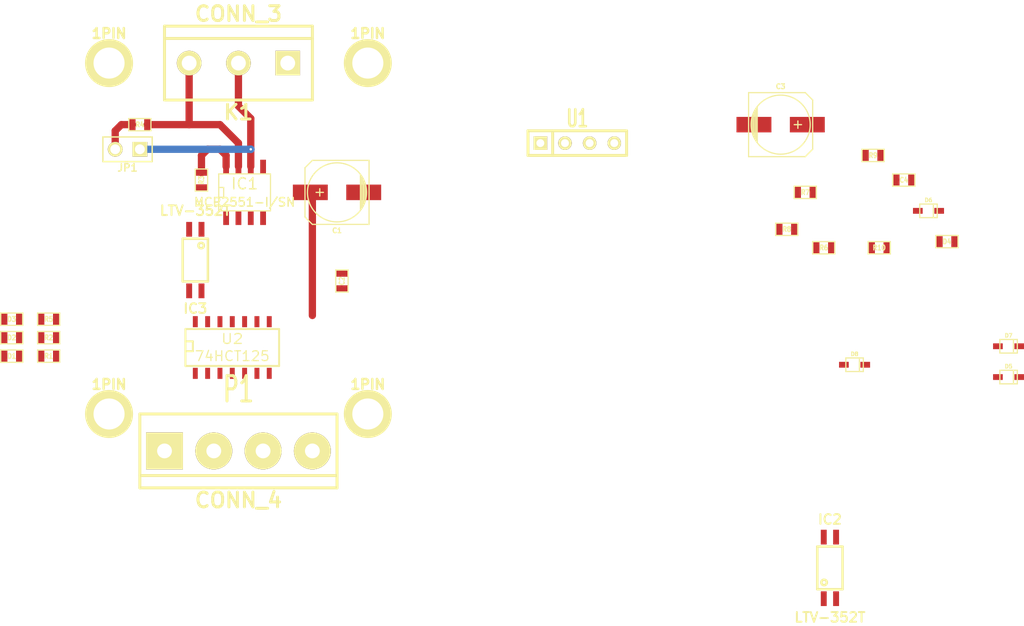
<source format=kicad_pcb>
(kicad_pcb (version 3) (host pcbnew "(2013-may-18)-stable")

  (general
    (links 58)
    (no_connects 52)
    (area 0 0 0 0)
    (thickness 1.6)
    (drawings 0)
    (tracks 22)
    (zones 0)
    (modules 34)
    (nets 21)
  )

  (page A3)
  (layers
    (15 F.Cu signal)
    (0 B.Cu signal)
    (16 B.Adhes user)
    (17 F.Adhes user)
    (18 B.Paste user)
    (19 F.Paste user)
    (20 B.SilkS user)
    (21 F.SilkS user)
    (22 B.Mask user)
    (23 F.Mask user)
    (24 Dwgs.User user)
    (25 Cmts.User user)
    (26 Eco1.User user)
    (27 Eco2.User user)
    (28 Edge.Cuts user)
  )

  (setup
    (last_trace_width 0.254)
    (user_trace_width 0.254)
    (user_trace_width 0.5)
    (user_trace_width 0.75)
    (user_trace_width 1)
    (trace_clearance 0.254)
    (zone_clearance 0.17)
    (zone_45_only no)
    (trace_min 0.254)
    (segment_width 0.2)
    (edge_width 0.1)
    (via_size 0.889)
    (via_drill 0.635)
    (via_min_size 0.6)
    (via_min_drill 0.2)
    (user_via 0.8 0.25)
    (uvia_size 0.508)
    (uvia_drill 0.127)
    (uvias_allowed no)
    (uvia_min_size 0.508)
    (uvia_min_drill 0.127)
    (pcb_text_width 0.3)
    (pcb_text_size 1.5 1.5)
    (mod_edge_width 0.15)
    (mod_text_size 1 1)
    (mod_text_width 0.15)
    (pad_size 4.5 4.5)
    (pad_drill 3.2)
    (pad_to_mask_clearance 0)
    (aux_axis_origin 0 0)
    (visible_elements FFFFFFBF)
    (pcbplotparams
      (layerselection 3178497)
      (usegerberextensions true)
      (excludeedgelayer true)
      (linewidth 0.150000)
      (plotframeref false)
      (viasonmask false)
      (mode 1)
      (useauxorigin false)
      (hpglpennumber 1)
      (hpglpenspeed 20)
      (hpglpendiameter 15)
      (hpglpenoverlay 2)
      (psnegative false)
      (psa4output false)
      (plotreference true)
      (plotvalue true)
      (plotothertext true)
      (plotinvisibletext false)
      (padsonsilk false)
      (subtractmaskfromsilk false)
      (outputformat 1)
      (mirror false)
      (drillshape 1)
      (scaleselection 1)
      (outputdirectory ""))
  )

  (net 0 "")
  (net 1 +5V)
  (net 2 BUS_5V)
  (net 3 BUS_GND)
  (net 4 GND)
  (net 5 N-0000020)
  (net 6 N-0000021)
  (net 7 N-0000022)
  (net 8 N-0000023)
  (net 9 N-0000024)
  (net 10 N-0000025)
  (net 11 N-0000026)
  (net 12 N-0000027)
  (net 13 N-000004)
  (net 14 N-000005)
  (net 15 N-000006)
  (net 16 N-000007)
  (net 17 RXD)
  (net 18 RXDout)
  (net 19 TXD)
  (net 20 TXDin)

  (net_class Default "This is the default net class."
    (clearance 0.254)
    (trace_width 0.254)
    (via_dia 0.889)
    (via_drill 0.635)
    (uvia_dia 0.508)
    (uvia_drill 0.127)
    (add_net "")
    (add_net +5V)
    (add_net BUS_5V)
    (add_net BUS_GND)
    (add_net GND)
    (add_net N-0000020)
    (add_net N-0000021)
    (add_net N-0000022)
    (add_net N-0000023)
    (add_net N-0000024)
    (add_net N-0000025)
    (add_net N-0000026)
    (add_net N-0000027)
    (add_net N-000004)
    (add_net N-000005)
    (add_net N-000006)
    (add_net N-000007)
    (add_net RXD)
    (add_net RXDout)
    (add_net TXD)
    (add_net TXDin)
  )

  (module SO8E (layer F.Cu) (tedit 4F33A5C7) (tstamp 5557C90E)
    (at 41.275 43.18)
    (descr "module CMS SOJ 8 pins etroit")
    (tags "CMS SOJ")
    (path /5557C9B9)
    (attr smd)
    (fp_text reference IC1 (at 0 -0.889) (layer F.SilkS)
      (effects (font (size 1.143 1.143) (thickness 0.1524)))
    )
    (fp_text value MCP2551-I/SN (at 0 1.016) (layer F.SilkS)
      (effects (font (size 0.889 0.889) (thickness 0.1524)))
    )
    (fp_line (start -2.667 1.778) (end -2.667 1.905) (layer F.SilkS) (width 0.127))
    (fp_line (start -2.667 1.905) (end 2.667 1.905) (layer F.SilkS) (width 0.127))
    (fp_line (start 2.667 -1.905) (end -2.667 -1.905) (layer F.SilkS) (width 0.127))
    (fp_line (start -2.667 -1.905) (end -2.667 1.778) (layer F.SilkS) (width 0.127))
    (fp_line (start -2.667 -0.508) (end -2.159 -0.508) (layer F.SilkS) (width 0.127))
    (fp_line (start -2.159 -0.508) (end -2.159 0.508) (layer F.SilkS) (width 0.127))
    (fp_line (start -2.159 0.508) (end -2.667 0.508) (layer F.SilkS) (width 0.127))
    (fp_line (start 2.667 -1.905) (end 2.667 1.905) (layer F.SilkS) (width 0.127))
    (pad 8 smd rect (at -1.905 -2.667) (size 0.59944 1.39954)
      (layers F.Cu F.Paste F.Mask)
      (net 12 N-0000027)
    )
    (pad 1 smd rect (at -1.905 2.667) (size 0.59944 1.39954)
      (layers F.Cu F.Paste F.Mask)
      (net 6 N-0000021)
    )
    (pad 7 smd rect (at -0.635 -2.667) (size 0.59944 1.39954)
      (layers F.Cu F.Paste F.Mask)
      (net 10 N-0000025)
    )
    (pad 6 smd rect (at 0.635 -2.667) (size 0.59944 1.39954)
      (layers F.Cu F.Paste F.Mask)
      (net 11 N-0000026)
    )
    (pad 5 smd rect (at 1.905 -2.667) (size 0.59944 1.39954)
      (layers F.Cu F.Paste F.Mask)
    )
    (pad 2 smd rect (at -0.635 2.667) (size 0.59944 1.39954)
      (layers F.Cu F.Paste F.Mask)
      (net 3 BUS_GND)
    )
    (pad 3 smd rect (at 0.635 2.667) (size 0.59944 1.39954)
      (layers F.Cu F.Paste F.Mask)
      (net 2 BUS_5V)
    )
    (pad 4 smd rect (at 1.905 2.667) (size 0.59944 1.39954)
      (layers F.Cu F.Paste F.Mask)
      (net 7 N-0000022)
    )
    (model smd/cms_so8.wrl
      (at (xyz 0 0 0))
      (scale (xyz 0.5 0.32 0.5))
      (rotate (xyz 0 0 0))
    )
  )

  (module SM0603 (layer F.Cu) (tedit 5557D53E) (tstamp 5557C918)
    (at 36.83 41.91 270)
    (path /5557C097)
    (attr smd)
    (fp_text reference R3 (at 0 0 270) (layer F.SilkS)
      (effects (font (size 0.508 0.4572) (thickness 0.1143)))
    )
    (fp_text value 120 (at 0 0 270) (layer F.SilkS) hide
      (effects (font (size 0.508 0.4572) (thickness 0.1143)))
    )
    (fp_line (start -1.143 -0.635) (end 1.143 -0.635) (layer F.SilkS) (width 0.127))
    (fp_line (start 1.143 -0.635) (end 1.143 0.635) (layer F.SilkS) (width 0.127))
    (fp_line (start 1.143 0.635) (end -1.143 0.635) (layer F.SilkS) (width 0.127))
    (fp_line (start -1.143 0.635) (end -1.143 -0.635) (layer F.SilkS) (width 0.127))
    (pad 1 smd rect (at -0.762 0 270) (size 0.635 1.143)
      (layers F.Cu F.Paste F.Mask)
      (net 12 N-0000027)
    )
    (pad 2 smd rect (at 0.762 0 270) (size 0.635 1.143)
      (layers F.Cu F.Paste F.Mask)
      (net 3 BUS_GND)
    )
    (model smd\resistors\R0603.wrl
      (at (xyz 0 0 0.001))
      (scale (xyz 0.5 0.5 0.5))
      (rotate (xyz 0 0 0))
    )
  )

  (module SM0603 (layer F.Cu) (tedit 5557CA49) (tstamp 5557C922)
    (at 21.082 58.166 180)
    (path /5557C0BD)
    (attr smd)
    (fp_text reference R2 (at 0 0 180) (layer F.SilkS)
      (effects (font (size 0.508 0.4572) (thickness 0.1143)))
    )
    (fp_text value 1k (at 0 0 180) (layer F.SilkS) hide
      (effects (font (size 0.508 0.4572) (thickness 0.1143)))
    )
    (fp_line (start -1.143 -0.635) (end 1.143 -0.635) (layer F.SilkS) (width 0.127))
    (fp_line (start 1.143 -0.635) (end 1.143 0.635) (layer F.SilkS) (width 0.127))
    (fp_line (start 1.143 0.635) (end -1.143 0.635) (layer F.SilkS) (width 0.127))
    (fp_line (start -1.143 0.635) (end -1.143 -0.635) (layer F.SilkS) (width 0.127))
    (pad 1 smd rect (at -0.762 0 180) (size 0.635 1.143)
      (layers F.Cu F.Paste F.Mask)
      (net 1 +5V)
    )
    (pad 2 smd rect (at 0.762 0 180) (size 0.635 1.143)
      (layers F.Cu F.Paste F.Mask)
      (net 14 N-000005)
    )
    (model smd\resistors\R0603.wrl
      (at (xyz 0 0 0.001))
      (scale (xyz 0.5 0.5 0.5))
      (rotate (xyz 0 0 0))
    )
  )

  (module SM0603 (layer F.Cu) (tedit 4E43A3D1) (tstamp 5557C92C)
    (at 17.272 60.071)
    (path /5557C0EA)
    (attr smd)
    (fp_text reference D1 (at 0 0) (layer F.SilkS)
      (effects (font (size 0.508 0.4572) (thickness 0.1143)))
    )
    (fp_text value LED (at 0 0) (layer F.SilkS) hide
      (effects (font (size 0.508 0.4572) (thickness 0.1143)))
    )
    (fp_line (start -1.143 -0.635) (end 1.143 -0.635) (layer F.SilkS) (width 0.127))
    (fp_line (start 1.143 -0.635) (end 1.143 0.635) (layer F.SilkS) (width 0.127))
    (fp_line (start 1.143 0.635) (end -1.143 0.635) (layer F.SilkS) (width 0.127))
    (fp_line (start -1.143 0.635) (end -1.143 -0.635) (layer F.SilkS) (width 0.127))
    (pad 1 smd rect (at -0.762 0) (size 0.635 1.143)
      (layers F.Cu F.Paste F.Mask)
      (net 15 N-000006)
    )
    (pad 2 smd rect (at 0.762 0) (size 0.635 1.143)
      (layers F.Cu F.Paste F.Mask)
      (net 19 TXD)
    )
    (model smd\resistors\R0603.wrl
      (at (xyz 0 0 0.001))
      (scale (xyz 0.5 0.5 0.5))
      (rotate (xyz 0 0 0))
    )
  )

  (module SM0603 (layer F.Cu) (tedit 4E43A3D1) (tstamp 5557C936)
    (at 17.272 58.166)
    (path /5557C0F9)
    (attr smd)
    (fp_text reference D2 (at 0 0) (layer F.SilkS)
      (effects (font (size 0.508 0.4572) (thickness 0.1143)))
    )
    (fp_text value LED (at 0 0) (layer F.SilkS) hide
      (effects (font (size 0.508 0.4572) (thickness 0.1143)))
    )
    (fp_line (start -1.143 -0.635) (end 1.143 -0.635) (layer F.SilkS) (width 0.127))
    (fp_line (start 1.143 -0.635) (end 1.143 0.635) (layer F.SilkS) (width 0.127))
    (fp_line (start 1.143 0.635) (end -1.143 0.635) (layer F.SilkS) (width 0.127))
    (fp_line (start -1.143 0.635) (end -1.143 -0.635) (layer F.SilkS) (width 0.127))
    (pad 1 smd rect (at -0.762 0) (size 0.635 1.143)
      (layers F.Cu F.Paste F.Mask)
      (net 14 N-000005)
    )
    (pad 2 smd rect (at 0.762 0) (size 0.635 1.143)
      (layers F.Cu F.Paste F.Mask)
      (net 17 RXD)
    )
    (model smd\resistors\R0603.wrl
      (at (xyz 0 0 0.001))
      (scale (xyz 0.5 0.5 0.5))
      (rotate (xyz 0 0 0))
    )
  )

  (module SM0603 (layer F.Cu) (tedit 5557D49B) (tstamp 5557C940)
    (at 30.48 36.195)
    (path /5557C303)
    (attr smd)
    (fp_text reference R4 (at 0 0) (layer F.SilkS)
      (effects (font (size 0.508 0.4572) (thickness 0.1143)))
    )
    (fp_text value 60 (at 0 0) (layer F.SilkS) hide
      (effects (font (size 0.508 0.4572) (thickness 0.1143)))
    )
    (fp_line (start -1.143 -0.635) (end 1.143 -0.635) (layer F.SilkS) (width 0.127))
    (fp_line (start 1.143 -0.635) (end 1.143 0.635) (layer F.SilkS) (width 0.127))
    (fp_line (start 1.143 0.635) (end -1.143 0.635) (layer F.SilkS) (width 0.127))
    (fp_line (start -1.143 0.635) (end -1.143 -0.635) (layer F.SilkS) (width 0.127))
    (pad 1 smd rect (at -0.762 0) (size 0.635 1.143)
      (layers F.Cu F.Paste F.Mask)
      (net 9 N-0000024)
    )
    (pad 2 smd rect (at 0.762 0) (size 0.635 1.143)
      (layers F.Cu F.Paste F.Mask)
      (net 10 N-0000025)
    )
    (model smd\resistors\R0603.wrl
      (at (xyz 0 0 0.001))
      (scale (xyz 0.5 0.5 0.5))
      (rotate (xyz 0 0 0))
    )
  )

  (module SM0603 (layer F.Cu) (tedit 5557D584) (tstamp 5557C94A)
    (at 51.308 52.324 270)
    (path /5557C4B0)
    (attr smd)
    (fp_text reference C2 (at 0 0 270) (layer F.SilkS)
      (effects (font (size 0.508 0.4572) (thickness 0.1143)))
    )
    (fp_text value 100nF (at 0 0 270) (layer F.SilkS) hide
      (effects (font (size 0.508 0.4572) (thickness 0.1143)))
    )
    (fp_line (start -1.143 -0.635) (end 1.143 -0.635) (layer F.SilkS) (width 0.127))
    (fp_line (start 1.143 -0.635) (end 1.143 0.635) (layer F.SilkS) (width 0.127))
    (fp_line (start 1.143 0.635) (end -1.143 0.635) (layer F.SilkS) (width 0.127))
    (fp_line (start -1.143 0.635) (end -1.143 -0.635) (layer F.SilkS) (width 0.127))
    (pad 1 smd rect (at -0.762 0 270) (size 0.635 1.143)
      (layers F.Cu F.Paste F.Mask)
      (net 1 +5V)
    )
    (pad 2 smd rect (at 0.762 0 270) (size 0.635 1.143)
      (layers F.Cu F.Paste F.Mask)
      (net 4 GND)
    )
    (model smd\resistors\R0603.wrl
      (at (xyz 0 0 0.001))
      (scale (xyz 0.5 0.5 0.5))
      (rotate (xyz 0 0 0))
    )
  )

  (module SM0603 (layer F.Cu) (tedit 4E43A3D1) (tstamp 5557C954)
    (at 21.082 56.261 180)
    (path /5557C4DD)
    (attr smd)
    (fp_text reference R5 (at 0 0 180) (layer F.SilkS)
      (effects (font (size 0.508 0.4572) (thickness 0.1143)))
    )
    (fp_text value 1k (at 0 0 180) (layer F.SilkS) hide
      (effects (font (size 0.508 0.4572) (thickness 0.1143)))
    )
    (fp_line (start -1.143 -0.635) (end 1.143 -0.635) (layer F.SilkS) (width 0.127))
    (fp_line (start 1.143 -0.635) (end 1.143 0.635) (layer F.SilkS) (width 0.127))
    (fp_line (start 1.143 0.635) (end -1.143 0.635) (layer F.SilkS) (width 0.127))
    (fp_line (start -1.143 0.635) (end -1.143 -0.635) (layer F.SilkS) (width 0.127))
    (pad 1 smd rect (at -0.762 0 180) (size 0.635 1.143)
      (layers F.Cu F.Paste F.Mask)
      (net 1 +5V)
    )
    (pad 2 smd rect (at 0.762 0 180) (size 0.635 1.143)
      (layers F.Cu F.Paste F.Mask)
      (net 5 N-0000020)
    )
    (model smd\resistors\R0603.wrl
      (at (xyz 0 0 0.001))
      (scale (xyz 0.5 0.5 0.5))
      (rotate (xyz 0 0 0))
    )
  )

  (module SM0603 (layer F.Cu) (tedit 5557CAB9) (tstamp 5557C95E)
    (at 17.272 56.261 180)
    (path /5557C4EC)
    (attr smd)
    (fp_text reference D3 (at 0 0 180) (layer F.SilkS)
      (effects (font (size 0.508 0.4572) (thickness 0.1143)))
    )
    (fp_text value LED (at 0 0 180) (layer F.SilkS) hide
      (effects (font (size 0.508 0.4572) (thickness 0.1143)))
    )
    (fp_line (start -1.143 -0.635) (end 1.143 -0.635) (layer F.SilkS) (width 0.127))
    (fp_line (start 1.143 -0.635) (end 1.143 0.635) (layer F.SilkS) (width 0.127))
    (fp_line (start 1.143 0.635) (end -1.143 0.635) (layer F.SilkS) (width 0.127))
    (fp_line (start -1.143 0.635) (end -1.143 -0.635) (layer F.SilkS) (width 0.127))
    (pad 1 smd rect (at -0.762 0 180) (size 0.635 1.143)
      (layers F.Cu F.Paste F.Mask)
      (net 5 N-0000020)
    )
    (pad 2 smd rect (at 0.762 0 180) (size 0.635 1.143)
      (layers F.Cu F.Paste F.Mask)
      (net 4 GND)
    )
    (model smd\resistors\R0603.wrl
      (at (xyz 0 0 0.001))
      (scale (xyz 0.5 0.5 0.5))
      (rotate (xyz 0 0 0))
    )
  )

  (module PIN_ARRAY_2X1 (layer F.Cu) (tedit 4565C520) (tstamp 5557C968)
    (at 29.21 38.735 180)
    (descr "Connecteurs 2 pins")
    (tags "CONN DEV")
    (path /5557C31C)
    (fp_text reference JP1 (at 0 -1.905 180) (layer F.SilkS)
      (effects (font (size 0.762 0.762) (thickness 0.1524)))
    )
    (fp_text value JUMPER (at 0 -1.905 180) (layer F.SilkS) hide
      (effects (font (size 0.762 0.762) (thickness 0.1524)))
    )
    (fp_line (start -2.54 1.27) (end -2.54 -1.27) (layer F.SilkS) (width 0.1524))
    (fp_line (start -2.54 -1.27) (end 2.54 -1.27) (layer F.SilkS) (width 0.1524))
    (fp_line (start 2.54 -1.27) (end 2.54 1.27) (layer F.SilkS) (width 0.1524))
    (fp_line (start 2.54 1.27) (end -2.54 1.27) (layer F.SilkS) (width 0.1524))
    (pad 1 thru_hole rect (at -1.27 0 180) (size 1.524 1.524) (drill 1.016)
      (layers *.Cu *.Mask F.SilkS)
      (net 11 N-0000026)
    )
    (pad 2 thru_hole circle (at 1.27 0 180) (size 1.524 1.524) (drill 1.016)
      (layers *.Cu *.Mask F.SilkS)
      (net 9 N-0000024)
    )
    (model pin_array/pins_array_2x1.wrl
      (at (xyz 0 0 0))
      (scale (xyz 1 1 1))
      (rotate (xyz 0 0 0))
    )
  )

  (module c_elec_6.3x5.8 (layer F.Cu) (tedit 49F5C09D) (tstamp 5557C97C)
    (at 50.8 43.18 180)
    (descr "SMT capacitor, aluminium electrolytic, 6.3x5.8")
    (path /5557C4CE)
    (fp_text reference C1 (at 0 -3.937 180) (layer F.SilkS)
      (effects (font (size 0.50038 0.50038) (thickness 0.11938)))
    )
    (fp_text value 47uF (at 0 3.81 180) (layer F.SilkS) hide
      (effects (font (size 0.50038 0.50038) (thickness 0.11938)))
    )
    (fp_line (start -2.921 -0.762) (end -2.921 0.762) (layer F.SilkS) (width 0.127))
    (fp_line (start -2.794 1.143) (end -2.794 -1.143) (layer F.SilkS) (width 0.127))
    (fp_line (start -2.667 -1.397) (end -2.667 1.397) (layer F.SilkS) (width 0.127))
    (fp_line (start -2.54 1.651) (end -2.54 -1.651) (layer F.SilkS) (width 0.127))
    (fp_line (start -2.413 -1.778) (end -2.413 1.778) (layer F.SilkS) (width 0.127))
    (fp_circle (center 0 0) (end -3.048 0) (layer F.SilkS) (width 0.127))
    (fp_line (start -3.302 -3.302) (end -3.302 3.302) (layer F.SilkS) (width 0.127))
    (fp_line (start -3.302 3.302) (end 2.54 3.302) (layer F.SilkS) (width 0.127))
    (fp_line (start 2.54 3.302) (end 3.302 2.54) (layer F.SilkS) (width 0.127))
    (fp_line (start 3.302 2.54) (end 3.302 -2.54) (layer F.SilkS) (width 0.127))
    (fp_line (start 3.302 -2.54) (end 2.54 -3.302) (layer F.SilkS) (width 0.127))
    (fp_line (start 2.54 -3.302) (end -3.302 -3.302) (layer F.SilkS) (width 0.127))
    (fp_line (start 2.159 0) (end 1.397 0) (layer F.SilkS) (width 0.127))
    (fp_line (start 1.778 -0.381) (end 1.778 0.381) (layer F.SilkS) (width 0.127))
    (pad 1 smd rect (at 2.75082 0 180) (size 3.59918 1.6002)
      (layers F.Cu F.Paste F.Mask)
      (net 1 +5V)
    )
    (pad 2 smd rect (at -2.75082 0 180) (size 3.59918 1.6002)
      (layers F.Cu F.Paste F.Mask)
      (net 4 GND)
    )
    (model smd/capacitors/c_elec_6_3x5_8.wrl
      (at (xyz 0 0 0))
      (scale (xyz 1 1 1))
      (rotate (xyz 0 0 0))
    )
  )

  (module bornier4 (layer F.Cu) (tedit 3EC0ED29) (tstamp 5557C989)
    (at 40.64 69.85)
    (descr "Bornier d'alimentation 4 pins")
    (tags DEV)
    (path /5557C144)
    (fp_text reference P1 (at 0 -6.35) (layer F.SilkS)
      (effects (font (size 2.6162 1.59766) (thickness 0.3048)))
    )
    (fp_text value CONN_4 (at 0 5.08) (layer F.SilkS)
      (effects (font (size 1.524 1.524) (thickness 0.3048)))
    )
    (fp_line (start -10.16 -3.81) (end -10.16 3.81) (layer F.SilkS) (width 0.3048))
    (fp_line (start 10.16 3.81) (end 10.16 -3.81) (layer F.SilkS) (width 0.3048))
    (fp_line (start 10.16 2.54) (end -10.16 2.54) (layer F.SilkS) (width 0.3048))
    (fp_line (start -10.16 -3.81) (end 10.16 -3.81) (layer F.SilkS) (width 0.3048))
    (fp_line (start -10.16 3.81) (end 10.16 3.81) (layer F.SilkS) (width 0.3048))
    (pad 2 thru_hole circle (at -2.54 0) (size 3.81 3.81) (drill 1.524)
      (layers *.Cu *.Mask F.SilkS)
      (net 18 RXDout)
    )
    (pad 3 thru_hole circle (at 2.54 0) (size 3.81 3.81) (drill 1.524)
      (layers *.Cu *.Mask F.SilkS)
      (net 20 TXDin)
    )
    (pad 1 thru_hole rect (at -7.62 0) (size 3.81 3.81) (drill 1.524)
      (layers *.Cu *.Mask F.SilkS)
      (net 4 GND)
    )
    (pad 4 thru_hole circle (at 7.62 0) (size 3.81 3.81) (drill 1.524)
      (layers *.Cu *.Mask F.SilkS)
      (net 1 +5V)
    )
    (model device/bornier_4.wrl
      (at (xyz 0 0 0))
      (scale (xyz 1 1 1))
      (rotate (xyz 0 0 0))
    )
  )

  (module bornier3 (layer F.Cu) (tedit 3EC0ECFA) (tstamp 5557C995)
    (at 40.64 29.845 180)
    (descr "Bornier d'alimentation 3 pins")
    (tags DEV)
    (path /5557C2A1)
    (fp_text reference K1 (at 0 -5.08 180) (layer F.SilkS)
      (effects (font (size 1.524 1.524) (thickness 0.3048)))
    )
    (fp_text value CONN_3 (at 0 5.08 180) (layer F.SilkS)
      (effects (font (size 1.524 1.524) (thickness 0.3048)))
    )
    (fp_line (start -7.62 3.81) (end -7.62 -3.81) (layer F.SilkS) (width 0.3048))
    (fp_line (start 7.62 3.81) (end 7.62 -3.81) (layer F.SilkS) (width 0.3048))
    (fp_line (start -7.62 2.54) (end 7.62 2.54) (layer F.SilkS) (width 0.3048))
    (fp_line (start -7.62 -3.81) (end 7.62 -3.81) (layer F.SilkS) (width 0.3048))
    (fp_line (start -7.62 3.81) (end 7.62 3.81) (layer F.SilkS) (width 0.3048))
    (pad 1 thru_hole rect (at -5.08 0 180) (size 2.54 2.54) (drill 1.524)
      (layers *.Cu *.Mask F.SilkS)
      (net 3 BUS_GND)
    )
    (pad 2 thru_hole circle (at 0 0 180) (size 2.54 2.54) (drill 1.524)
      (layers *.Cu *.Mask F.SilkS)
      (net 11 N-0000026)
    )
    (pad 3 thru_hole circle (at 5.08 0 180) (size 2.54 2.54) (drill 1.524)
      (layers *.Cu *.Mask F.SilkS)
      (net 10 N-0000025)
    )
    (model device/bornier_3.wrl
      (at (xyz 0 0 0))
      (scale (xyz 1 1 1))
      (rotate (xyz 0 0 0))
    )
  )

  (module SM0603 (layer F.Cu) (tedit 5557CA3E) (tstamp 5557C8FA)
    (at 21.082 60.071 180)
    (path /5557C0CC)
    (attr smd)
    (fp_text reference R1 (at 0 0 180) (layer F.SilkS)
      (effects (font (size 0.508 0.4572) (thickness 0.1143)))
    )
    (fp_text value 1k (at 0 0 180) (layer F.SilkS) hide
      (effects (font (size 0.508 0.4572) (thickness 0.1143)))
    )
    (fp_line (start -1.143 -0.635) (end 1.143 -0.635) (layer F.SilkS) (width 0.127))
    (fp_line (start 1.143 -0.635) (end 1.143 0.635) (layer F.SilkS) (width 0.127))
    (fp_line (start 1.143 0.635) (end -1.143 0.635) (layer F.SilkS) (width 0.127))
    (fp_line (start -1.143 0.635) (end -1.143 -0.635) (layer F.SilkS) (width 0.127))
    (pad 1 smd rect (at -0.762 0 180) (size 0.635 1.143)
      (layers F.Cu F.Paste F.Mask)
      (net 1 +5V)
    )
    (pad 2 smd rect (at 0.762 0 180) (size 0.635 1.143)
      (layers F.Cu F.Paste F.Mask)
      (net 15 N-000006)
    )
    (model smd\resistors\R0603.wrl
      (at (xyz 0 0 0.001))
      (scale (xyz 0.5 0.5 0.5))
      (rotate (xyz 0 0 0))
    )
  )

  (module 1pin (layer F.Cu) (tedit 5557D331) (tstamp 5557D31C)
    (at 53.975 66.04)
    (descr "module 1 pin (ou trou mecanique de percage)")
    (tags DEV)
    (path 1pin)
    (fp_text reference 1PIN (at 0 -3.048) (layer F.SilkS)
      (effects (font (size 1.016 1.016) (thickness 0.254)))
    )
    (fp_text value P*** (at 0 2.794) (layer F.SilkS) hide
      (effects (font (size 1.016 1.016) (thickness 0.254)))
    )
    (fp_circle (center 0 0) (end 0 -2.286) (layer F.SilkS) (width 0.381))
    (pad 1 thru_hole circle (at 0 0) (size 4.5 4.5) (drill 3.2)
      (layers *.Cu *.Mask F.SilkS)
    )
  )

  (module 1pin (layer F.Cu) (tedit 5557D33B) (tstamp 5557D327)
    (at 27.305 66.04)
    (descr "module 1 pin (ou trou mecanique de percage)")
    (tags DEV)
    (path 1pin)
    (fp_text reference 1PIN (at 0 -3.048) (layer F.SilkS)
      (effects (font (size 1.016 1.016) (thickness 0.254)))
    )
    (fp_text value P*** (at 0 2.794) (layer F.SilkS) hide
      (effects (font (size 1.016 1.016) (thickness 0.254)))
    )
    (fp_circle (center 0 0) (end 0 -2.286) (layer F.SilkS) (width 0.381))
    (pad 1 thru_hole circle (at 0 0) (size 4.5 4.5) (drill 3.2)
      (layers *.Cu *.Mask F.SilkS)
    )
  )

  (module 1pin (layer F.Cu) (tedit 5557D357) (tstamp 555A68BB)
    (at 53.975 29.845)
    (descr "module 1 pin (ou trou mecanique de percage)")
    (tags DEV)
    (path 1pin)
    (fp_text reference 1PIN (at 0 -3.048) (layer F.SilkS)
      (effects (font (size 1.016 1.016) (thickness 0.254)))
    )
    (fp_text value P*** (at 0 2.794) (layer F.SilkS) hide
      (effects (font (size 1.016 1.016) (thickness 0.254)))
    )
    (fp_circle (center 0 0) (end 0 -2.286) (layer F.SilkS) (width 0.381))
    (pad 1 thru_hole circle (at 0 0) (size 4.5 4.5) (drill 3.2)
      (layers *.Cu *.Mask F.SilkS)
    )
  )

  (module 1pin (layer F.Cu) (tedit 5557D354) (tstamp 5557D351)
    (at 27.305 29.845)
    (descr "module 1 pin (ou trou mecanique de percage)")
    (tags DEV)
    (path 1pin)
    (fp_text reference 1PIN (at 0 -3.048) (layer F.SilkS)
      (effects (font (size 1.016 1.016) (thickness 0.254)))
    )
    (fp_text value P*** (at 0 2.794) (layer F.SilkS) hide
      (effects (font (size 1.016 1.016) (thickness 0.254)))
    )
    (fp_circle (center 0 0) (end 0 -2.286) (layer F.SilkS) (width 0.381))
    (pad 1 thru_hole circle (at 0 0) (size 4.5 4.5) (drill 3.2)
      (layers *.Cu *.Mask F.SilkS)
    )
  )

  (module SM0603 (layer F.Cu) (tedit 4E43A3D1) (tstamp 555DDF75)
    (at 97.155 46.99)
    (path /555DB5D6)
    (attr smd)
    (fp_text reference R8 (at 0 0) (layer F.SilkS)
      (effects (font (size 0.508 0.4572) (thickness 0.1143)))
    )
    (fp_text value 390 (at 0 0) (layer F.SilkS) hide
      (effects (font (size 0.508 0.4572) (thickness 0.1143)))
    )
    (fp_line (start -1.143 -0.635) (end 1.143 -0.635) (layer F.SilkS) (width 0.127))
    (fp_line (start 1.143 -0.635) (end 1.143 0.635) (layer F.SilkS) (width 0.127))
    (fp_line (start 1.143 0.635) (end -1.143 0.635) (layer F.SilkS) (width 0.127))
    (fp_line (start -1.143 0.635) (end -1.143 -0.635) (layer F.SilkS) (width 0.127))
    (pad 1 smd rect (at -0.762 0) (size 0.635 1.143)
      (layers F.Cu F.Paste F.Mask)
      (net 2 BUS_5V)
    )
    (pad 2 smd rect (at 0.762 0) (size 0.635 1.143)
      (layers F.Cu F.Paste F.Mask)
      (net 8 N-0000023)
    )
    (model smd\resistors\R0603.wrl
      (at (xyz 0 0 0.001))
      (scale (xyz 0.5 0.5 0.5))
      (rotate (xyz 0 0 0))
    )
  )

  (module SM0603 (layer F.Cu) (tedit 4E43A3D1) (tstamp 555DDF7F)
    (at 106.045 39.37)
    (path /555DB70E)
    (attr smd)
    (fp_text reference R9 (at 0 0) (layer F.SilkS)
      (effects (font (size 0.508 0.4572) (thickness 0.1143)))
    )
    (fp_text value 1k (at 0 0) (layer F.SilkS) hide
      (effects (font (size 0.508 0.4572) (thickness 0.1143)))
    )
    (fp_line (start -1.143 -0.635) (end 1.143 -0.635) (layer F.SilkS) (width 0.127))
    (fp_line (start 1.143 -0.635) (end 1.143 0.635) (layer F.SilkS) (width 0.127))
    (fp_line (start 1.143 0.635) (end -1.143 0.635) (layer F.SilkS) (width 0.127))
    (fp_line (start -1.143 0.635) (end -1.143 -0.635) (layer F.SilkS) (width 0.127))
    (pad 1 smd rect (at -0.762 0) (size 0.635 1.143)
      (layers F.Cu F.Paste F.Mask)
      (net 2 BUS_5V)
    )
    (pad 2 smd rect (at 0.762 0) (size 0.635 1.143)
      (layers F.Cu F.Paste F.Mask)
      (net 6 N-0000021)
    )
    (model smd\resistors\R0603.wrl
      (at (xyz 0 0 0.001))
      (scale (xyz 0.5 0.5 0.5))
      (rotate (xyz 0 0 0))
    )
  )

  (module SM0603 (layer F.Cu) (tedit 4E43A3D1) (tstamp 555DDF89)
    (at 99.06 43.18)
    (path /555DB78B)
    (attr smd)
    (fp_text reference R7 (at 0 0) (layer F.SilkS)
      (effects (font (size 0.508 0.4572) (thickness 0.1143)))
    )
    (fp_text value R (at 0 0) (layer F.SilkS) hide
      (effects (font (size 0.508 0.4572) (thickness 0.1143)))
    )
    (fp_line (start -1.143 -0.635) (end 1.143 -0.635) (layer F.SilkS) (width 0.127))
    (fp_line (start 1.143 -0.635) (end 1.143 0.635) (layer F.SilkS) (width 0.127))
    (fp_line (start 1.143 0.635) (end -1.143 0.635) (layer F.SilkS) (width 0.127))
    (fp_line (start -1.143 0.635) (end -1.143 -0.635) (layer F.SilkS) (width 0.127))
    (pad 1 smd rect (at -0.762 0) (size 0.635 1.143)
      (layers F.Cu F.Paste F.Mask)
      (net 1 +5V)
    )
    (pad 2 smd rect (at 0.762 0) (size 0.635 1.143)
      (layers F.Cu F.Paste F.Mask)
      (net 17 RXD)
    )
    (model smd\resistors\R0603.wrl
      (at (xyz 0 0 0.001))
      (scale (xyz 0.5 0.5 0.5))
      (rotate (xyz 0 0 0))
    )
  )

  (module SM0603 (layer F.Cu) (tedit 4E43A3D1) (tstamp 555DDF93)
    (at 100.965 48.895)
    (path /555DB83F)
    (attr smd)
    (fp_text reference R6 (at 0 0) (layer F.SilkS)
      (effects (font (size 0.508 0.4572) (thickness 0.1143)))
    )
    (fp_text value 390 (at 0 0) (layer F.SilkS) hide
      (effects (font (size 0.508 0.4572) (thickness 0.1143)))
    )
    (fp_line (start -1.143 -0.635) (end 1.143 -0.635) (layer F.SilkS) (width 0.127))
    (fp_line (start 1.143 -0.635) (end 1.143 0.635) (layer F.SilkS) (width 0.127))
    (fp_line (start 1.143 0.635) (end -1.143 0.635) (layer F.SilkS) (width 0.127))
    (fp_line (start -1.143 0.635) (end -1.143 -0.635) (layer F.SilkS) (width 0.127))
    (pad 1 smd rect (at -0.762 0) (size 0.635 1.143)
      (layers F.Cu F.Paste F.Mask)
      (net 1 +5V)
    )
    (pad 2 smd rect (at 0.762 0) (size 0.635 1.143)
      (layers F.Cu F.Paste F.Mask)
      (net 13 N-000004)
    )
    (model smd\resistors\R0603.wrl
      (at (xyz 0 0 0.001))
      (scale (xyz 0.5 0.5 0.5))
      (rotate (xyz 0 0 0))
    )
  )

  (module SM0603 (layer F.Cu) (tedit 4E43A3D1) (tstamp 555DDF9D)
    (at 109.22 41.91)
    (path /555DC2DE)
    (attr smd)
    (fp_text reference C4 (at 0 0) (layer F.SilkS)
      (effects (font (size 0.508 0.4572) (thickness 0.1143)))
    )
    (fp_text value 100nF (at 0 0) (layer F.SilkS) hide
      (effects (font (size 0.508 0.4572) (thickness 0.1143)))
    )
    (fp_line (start -1.143 -0.635) (end 1.143 -0.635) (layer F.SilkS) (width 0.127))
    (fp_line (start 1.143 -0.635) (end 1.143 0.635) (layer F.SilkS) (width 0.127))
    (fp_line (start 1.143 0.635) (end -1.143 0.635) (layer F.SilkS) (width 0.127))
    (fp_line (start -1.143 0.635) (end -1.143 -0.635) (layer F.SilkS) (width 0.127))
    (pad 1 smd rect (at -0.762 0) (size 0.635 1.143)
      (layers F.Cu F.Paste F.Mask)
      (net 2 BUS_5V)
    )
    (pad 2 smd rect (at 0.762 0) (size 0.635 1.143)
      (layers F.Cu F.Paste F.Mask)
      (net 3 BUS_GND)
    )
    (model smd\resistors\R0603.wrl
      (at (xyz 0 0 0.001))
      (scale (xyz 0.5 0.5 0.5))
      (rotate (xyz 0 0 0))
    )
  )

  (module SM0603 (layer F.Cu) (tedit 4E43A3D1) (tstamp 555DDFA7)
    (at 106.68 48.895)
    (path /555DC2F0)
    (attr smd)
    (fp_text reference R10 (at 0 0) (layer F.SilkS)
      (effects (font (size 0.508 0.4572) (thickness 0.1143)))
    )
    (fp_text value 1k (at 0 0) (layer F.SilkS) hide
      (effects (font (size 0.508 0.4572) (thickness 0.1143)))
    )
    (fp_line (start -1.143 -0.635) (end 1.143 -0.635) (layer F.SilkS) (width 0.127))
    (fp_line (start 1.143 -0.635) (end 1.143 0.635) (layer F.SilkS) (width 0.127))
    (fp_line (start 1.143 0.635) (end -1.143 0.635) (layer F.SilkS) (width 0.127))
    (fp_line (start -1.143 0.635) (end -1.143 -0.635) (layer F.SilkS) (width 0.127))
    (pad 1 smd rect (at -0.762 0) (size 0.635 1.143)
      (layers F.Cu F.Paste F.Mask)
      (net 2 BUS_5V)
    )
    (pad 2 smd rect (at 0.762 0) (size 0.635 1.143)
      (layers F.Cu F.Paste F.Mask)
      (net 16 N-000007)
    )
    (model smd\resistors\R0603.wrl
      (at (xyz 0 0 0.001))
      (scale (xyz 0.5 0.5 0.5))
      (rotate (xyz 0 0 0))
    )
  )

  (module SM0603 (layer F.Cu) (tedit 4E43A3D1) (tstamp 555DDFB1)
    (at 113.665 48.26)
    (path /555DC2F6)
    (attr smd)
    (fp_text reference D4 (at 0 0) (layer F.SilkS)
      (effects (font (size 0.508 0.4572) (thickness 0.1143)))
    )
    (fp_text value LED (at 0 0) (layer F.SilkS) hide
      (effects (font (size 0.508 0.4572) (thickness 0.1143)))
    )
    (fp_line (start -1.143 -0.635) (end 1.143 -0.635) (layer F.SilkS) (width 0.127))
    (fp_line (start 1.143 -0.635) (end 1.143 0.635) (layer F.SilkS) (width 0.127))
    (fp_line (start 1.143 0.635) (end -1.143 0.635) (layer F.SilkS) (width 0.127))
    (fp_line (start -1.143 0.635) (end -1.143 -0.635) (layer F.SilkS) (width 0.127))
    (pad 1 smd rect (at -0.762 0) (size 0.635 1.143)
      (layers F.Cu F.Paste F.Mask)
      (net 16 N-000007)
    )
    (pad 2 smd rect (at 0.762 0) (size 0.635 1.143)
      (layers F.Cu F.Paste F.Mask)
      (net 3 BUS_GND)
    )
    (model smd\resistors\R0603.wrl
      (at (xyz 0 0 0.001))
      (scale (xyz 0.5 0.5 0.5))
      (rotate (xyz 0 0 0))
    )
  )

  (module SIL-4 (layer F.Cu) (tedit 200000) (tstamp 555DDFC0)
    (at 75.565 38.1)
    (descr "Connecteur 4 pibs")
    (tags "CONN DEV")
    (path /555DC8A6)
    (fp_text reference U1 (at 0 -2.54) (layer F.SilkS)
      (effects (font (size 1.73482 1.08712) (thickness 0.3048)))
    )
    (fp_text value SIM1-0505 (at 0 -2.54) (layer F.SilkS) hide
      (effects (font (size 1.524 1.016) (thickness 0.3048)))
    )
    (fp_line (start -5.08 -1.27) (end -5.08 -1.27) (layer F.SilkS) (width 0.3048))
    (fp_line (start -5.08 1.27) (end -5.08 -1.27) (layer F.SilkS) (width 0.3048))
    (fp_line (start -5.08 -1.27) (end -5.08 -1.27) (layer F.SilkS) (width 0.3048))
    (fp_line (start -5.08 -1.27) (end 5.08 -1.27) (layer F.SilkS) (width 0.3048))
    (fp_line (start 5.08 -1.27) (end 5.08 1.27) (layer F.SilkS) (width 0.3048))
    (fp_line (start 5.08 1.27) (end -5.08 1.27) (layer F.SilkS) (width 0.3048))
    (fp_line (start -2.54 1.27) (end -2.54 -1.27) (layer F.SilkS) (width 0.3048))
    (pad 1 thru_hole rect (at -3.81 0) (size 1.397 1.397) (drill 0.8128)
      (layers *.Cu *.Mask F.SilkS)
      (net 4 GND)
    )
    (pad 2 thru_hole circle (at -1.27 0) (size 1.397 1.397) (drill 0.8128)
      (layers *.Cu *.Mask F.SilkS)
      (net 1 +5V)
    )
    (pad 3 thru_hole circle (at 1.27 0) (size 1.397 1.397) (drill 0.8128)
      (layers *.Cu *.Mask F.SilkS)
      (net 3 BUS_GND)
    )
    (pad 4 thru_hole circle (at 3.81 0) (size 1.397 1.397) (drill 0.8128)
      (layers *.Cu *.Mask F.SilkS)
      (net 2 BUS_5V)
    )
  )

  (module c_elec_6.3x5.8 (layer F.Cu) (tedit 49F5C09D) (tstamp 555DDFD4)
    (at 96.52 36.195)
    (descr "SMT capacitor, aluminium electrolytic, 6.3x5.8")
    (path /555DC2EA)
    (fp_text reference C3 (at 0 -3.937) (layer F.SilkS)
      (effects (font (size 0.50038 0.50038) (thickness 0.11938)))
    )
    (fp_text value 47uF (at 0 3.81) (layer F.SilkS) hide
      (effects (font (size 0.50038 0.50038) (thickness 0.11938)))
    )
    (fp_line (start -2.921 -0.762) (end -2.921 0.762) (layer F.SilkS) (width 0.127))
    (fp_line (start -2.794 1.143) (end -2.794 -1.143) (layer F.SilkS) (width 0.127))
    (fp_line (start -2.667 -1.397) (end -2.667 1.397) (layer F.SilkS) (width 0.127))
    (fp_line (start -2.54 1.651) (end -2.54 -1.651) (layer F.SilkS) (width 0.127))
    (fp_line (start -2.413 -1.778) (end -2.413 1.778) (layer F.SilkS) (width 0.127))
    (fp_circle (center 0 0) (end -3.048 0) (layer F.SilkS) (width 0.127))
    (fp_line (start -3.302 -3.302) (end -3.302 3.302) (layer F.SilkS) (width 0.127))
    (fp_line (start -3.302 3.302) (end 2.54 3.302) (layer F.SilkS) (width 0.127))
    (fp_line (start 2.54 3.302) (end 3.302 2.54) (layer F.SilkS) (width 0.127))
    (fp_line (start 3.302 2.54) (end 3.302 -2.54) (layer F.SilkS) (width 0.127))
    (fp_line (start 3.302 -2.54) (end 2.54 -3.302) (layer F.SilkS) (width 0.127))
    (fp_line (start 2.54 -3.302) (end -3.302 -3.302) (layer F.SilkS) (width 0.127))
    (fp_line (start 2.159 0) (end 1.397 0) (layer F.SilkS) (width 0.127))
    (fp_line (start 1.778 -0.381) (end 1.778 0.381) (layer F.SilkS) (width 0.127))
    (pad 1 smd rect (at 2.75082 0) (size 3.59918 1.6002)
      (layers F.Cu F.Paste F.Mask)
      (net 2 BUS_5V)
    )
    (pad 2 smd rect (at -2.75082 0) (size 3.59918 1.6002)
      (layers F.Cu F.Paste F.Mask)
      (net 3 BUS_GND)
    )
    (model smd/capacitors/c_elec_6_3x5_8.wrl
      (at (xyz 0 0 0))
      (scale (xyz 1 1 1))
      (rotate (xyz 0 0 0))
    )
  )

  (module SO14E (layer F.Cu) (tedit 42806FBF) (tstamp 555DDF6B)
    (at 40.005 59.055)
    (descr "module CMS SOJ 14 pins etroit")
    (tags "CMS SOJ")
    (path /555DD9E4)
    (attr smd)
    (fp_text reference U2 (at 0 -0.762) (layer F.SilkS)
      (effects (font (size 1.016 1.143) (thickness 0.127)))
    )
    (fp_text value 74HCT125 (at 0 1.016) (layer F.SilkS)
      (effects (font (size 1.016 1.016) (thickness 0.127)))
    )
    (fp_line (start -4.826 -1.778) (end 4.826 -1.778) (layer F.SilkS) (width 0.2032))
    (fp_line (start 4.826 -1.778) (end 4.826 2.032) (layer F.SilkS) (width 0.2032))
    (fp_line (start 4.826 2.032) (end -4.826 2.032) (layer F.SilkS) (width 0.2032))
    (fp_line (start -4.826 2.032) (end -4.826 -1.778) (layer F.SilkS) (width 0.2032))
    (fp_line (start -4.826 -0.508) (end -4.064 -0.508) (layer F.SilkS) (width 0.2032))
    (fp_line (start -4.064 -0.508) (end -4.064 0.508) (layer F.SilkS) (width 0.2032))
    (fp_line (start -4.064 0.508) (end -4.826 0.508) (layer F.SilkS) (width 0.2032))
    (pad 1 smd rect (at -3.81 2.794) (size 0.508 1.143)
      (layers F.Cu F.Paste F.Mask)
      (net 4 GND)
    )
    (pad 2 smd rect (at -2.54 2.794) (size 0.508 1.143)
      (layers F.Cu F.Paste F.Mask)
      (net 20 TXDin)
    )
    (pad 3 smd rect (at -1.27 2.794) (size 0.508 1.143)
      (layers F.Cu F.Paste F.Mask)
      (net 19 TXD)
    )
    (pad 4 smd rect (at 0 2.794) (size 0.508 1.143)
      (layers F.Cu F.Paste F.Mask)
      (net 4 GND)
    )
    (pad 5 smd rect (at 1.27 2.794) (size 0.508 1.143)
      (layers F.Cu F.Paste F.Mask)
      (net 17 RXD)
    )
    (pad 6 smd rect (at 2.54 2.794) (size 0.508 1.143)
      (layers F.Cu F.Paste F.Mask)
      (net 18 RXDout)
    )
    (pad 7 smd rect (at 3.81 2.794) (size 0.508 1.143)
      (layers F.Cu F.Paste F.Mask)
      (net 4 GND)
    )
    (pad 8 smd rect (at 3.81 -2.54) (size 0.508 1.143)
      (layers F.Cu F.Paste F.Mask)
    )
    (pad 9 smd rect (at 2.54 -2.54) (size 0.508 1.143)
      (layers F.Cu F.Paste F.Mask)
    )
    (pad 10 smd rect (at 1.27 -2.54) (size 0.508 1.143)
      (layers F.Cu F.Paste F.Mask)
    )
    (pad 11 smd rect (at 0 -2.54) (size 0.508 1.143)
      (layers F.Cu F.Paste F.Mask)
    )
    (pad 12 smd rect (at -1.27 -2.54) (size 0.508 1.143)
      (layers F.Cu F.Paste F.Mask)
    )
    (pad 13 smd rect (at -2.54 -2.54) (size 0.508 1.143)
      (layers F.Cu F.Paste F.Mask)
    )
    (pad 14 smd rect (at -3.81 -2.54) (size 0.508 1.143)
      (layers F.Cu F.Paste F.Mask)
      (net 1 +5V)
    )
    (model smd/cms_so14.wrl
      (at (xyz 0 0 0))
      (scale (xyz 0.5 0.3 0.5))
      (rotate (xyz 0 0 0))
    )
  )

  (module sod323 (layer F.Cu) (tedit 4A7EAE1A) (tstamp 555DE3B3)
    (at 120.015 62.23)
    (descr SOD323)
    (path /555DD07E)
    (fp_text reference D5 (at 0 -1.09982) (layer F.SilkS)
      (effects (font (size 0.39878 0.39878) (thickness 0.09906)))
    )
    (fp_text value DIODE (at 0 1.19888) (layer F.SilkS) hide
      (effects (font (size 0.39878 0.39878) (thickness 0.09906)))
    )
    (fp_line (start 0.50038 -0.70104) (end 0.50038 0.70104) (layer F.SilkS) (width 0.127))
    (fp_line (start 0.89916 -0.70104) (end -0.89916 -0.70104) (layer F.SilkS) (width 0.127))
    (fp_line (start -0.89916 -0.70104) (end -0.89916 0.70104) (layer F.SilkS) (width 0.127))
    (fp_line (start -0.89916 0.70104) (end 0.89916 0.70104) (layer F.SilkS) (width 0.127))
    (fp_line (start 0.89916 0.70104) (end 0.89916 -0.70104) (layer F.SilkS) (width 0.127))
    (pad 2 smd rect (at 1.09982 0) (size 1.00076 0.59944)
      (layers F.Cu F.Paste F.Mask)
      (net 2 BUS_5V)
    )
    (pad 1 smd rect (at -1.09982 0) (size 1.00076 0.59944)
      (layers F.Cu F.Paste F.Mask)
      (net 11 N-0000026)
    )
    (model walter\smd_diode\sod323.wrl
      (at (xyz 0 0 0))
      (scale (xyz 1 1 1))
      (rotate (xyz 0 0 0))
    )
  )

  (module sod323 (layer F.Cu) (tedit 4A7EAE1A) (tstamp 555DE3BE)
    (at 120.015 59.055)
    (descr SOD323)
    (path /555DD095)
    (fp_text reference D7 (at 0 -1.09982) (layer F.SilkS)
      (effects (font (size 0.39878 0.39878) (thickness 0.09906)))
    )
    (fp_text value DIODE (at 0 1.19888) (layer F.SilkS) hide
      (effects (font (size 0.39878 0.39878) (thickness 0.09906)))
    )
    (fp_line (start 0.50038 -0.70104) (end 0.50038 0.70104) (layer F.SilkS) (width 0.127))
    (fp_line (start 0.89916 -0.70104) (end -0.89916 -0.70104) (layer F.SilkS) (width 0.127))
    (fp_line (start -0.89916 -0.70104) (end -0.89916 0.70104) (layer F.SilkS) (width 0.127))
    (fp_line (start -0.89916 0.70104) (end 0.89916 0.70104) (layer F.SilkS) (width 0.127))
    (fp_line (start 0.89916 0.70104) (end 0.89916 -0.70104) (layer F.SilkS) (width 0.127))
    (pad 2 smd rect (at 1.09982 0) (size 1.00076 0.59944)
      (layers F.Cu F.Paste F.Mask)
      (net 2 BUS_5V)
    )
    (pad 1 smd rect (at -1.09982 0) (size 1.00076 0.59944)
      (layers F.Cu F.Paste F.Mask)
      (net 10 N-0000025)
    )
    (model walter\smd_diode\sod323.wrl
      (at (xyz 0 0 0))
      (scale (xyz 1 1 1))
      (rotate (xyz 0 0 0))
    )
  )

  (module sod323 (layer F.Cu) (tedit 4A7EAE1A) (tstamp 555DE3C9)
    (at 111.76 45.085)
    (descr SOD323)
    (path /555DD09B)
    (fp_text reference D6 (at 0 -1.09982) (layer F.SilkS)
      (effects (font (size 0.39878 0.39878) (thickness 0.09906)))
    )
    (fp_text value DIODE (at 0 1.19888) (layer F.SilkS) hide
      (effects (font (size 0.39878 0.39878) (thickness 0.09906)))
    )
    (fp_line (start 0.50038 -0.70104) (end 0.50038 0.70104) (layer F.SilkS) (width 0.127))
    (fp_line (start 0.89916 -0.70104) (end -0.89916 -0.70104) (layer F.SilkS) (width 0.127))
    (fp_line (start -0.89916 -0.70104) (end -0.89916 0.70104) (layer F.SilkS) (width 0.127))
    (fp_line (start -0.89916 0.70104) (end 0.89916 0.70104) (layer F.SilkS) (width 0.127))
    (fp_line (start 0.89916 0.70104) (end 0.89916 -0.70104) (layer F.SilkS) (width 0.127))
    (pad 2 smd rect (at 1.09982 0) (size 1.00076 0.59944)
      (layers F.Cu F.Paste F.Mask)
      (net 11 N-0000026)
    )
    (pad 1 smd rect (at -1.09982 0) (size 1.00076 0.59944)
      (layers F.Cu F.Paste F.Mask)
      (net 3 BUS_GND)
    )
    (model walter\smd_diode\sod323.wrl
      (at (xyz 0 0 0))
      (scale (xyz 1 1 1))
      (rotate (xyz 0 0 0))
    )
  )

  (module sod323 (layer F.Cu) (tedit 4A7EAE1A) (tstamp 555DE3D4)
    (at 104.14 60.96)
    (descr SOD323)
    (path /555DD0A1)
    (fp_text reference D8 (at 0 -1.09982) (layer F.SilkS)
      (effects (font (size 0.39878 0.39878) (thickness 0.09906)))
    )
    (fp_text value DIODE (at 0 1.19888) (layer F.SilkS) hide
      (effects (font (size 0.39878 0.39878) (thickness 0.09906)))
    )
    (fp_line (start 0.50038 -0.70104) (end 0.50038 0.70104) (layer F.SilkS) (width 0.127))
    (fp_line (start 0.89916 -0.70104) (end -0.89916 -0.70104) (layer F.SilkS) (width 0.127))
    (fp_line (start -0.89916 -0.70104) (end -0.89916 0.70104) (layer F.SilkS) (width 0.127))
    (fp_line (start -0.89916 0.70104) (end 0.89916 0.70104) (layer F.SilkS) (width 0.127))
    (fp_line (start 0.89916 0.70104) (end 0.89916 -0.70104) (layer F.SilkS) (width 0.127))
    (pad 2 smd rect (at 1.09982 0) (size 1.00076 0.59944)
      (layers F.Cu F.Paste F.Mask)
      (net 10 N-0000025)
    )
    (pad 1 smd rect (at -1.09982 0) (size 1.00076 0.59944)
      (layers F.Cu F.Paste F.Mask)
      (net 3 BUS_GND)
    )
    (model walter\smd_diode\sod323.wrl
      (at (xyz 0 0 0))
      (scale (xyz 1 1 1))
      (rotate (xyz 0 0 0))
    )
  )

  (module mfp_4 (layer F.Cu) (tedit 5300D4C3) (tstamp 555E2097)
    (at 36.195 50.165 180)
    (descr "Mini flat package, 4 pin")
    (path /555DB3D8)
    (fp_text reference IC3 (at 0 -5 180) (layer F.SilkS)
      (effects (font (size 1 1) (thickness 0.2)))
    )
    (fp_text value LTV-352T (at 0 5.1 180) (layer F.SilkS)
      (effects (font (size 1 1) (thickness 0.2)))
    )
    (fp_circle (center -0.6 1.5) (end -0.8 1.7) (layer F.SilkS) (width 0.254))
    (fp_line (start 1.3 -2.2) (end -1.3 -2.2) (layer F.SilkS) (width 0.254))
    (fp_line (start -1.3 -2.2) (end -1.3 2.2) (layer F.SilkS) (width 0.254))
    (fp_line (start -1.3 2.2) (end 1.3 2.2) (layer F.SilkS) (width 0.254))
    (fp_line (start 1.3 2.2) (end 1.3 -2.2) (layer F.SilkS) (width 0.254))
    (pad 1 smd rect (at -0.635 3.175 180) (size 0.61 1.52)
      (layers F.Cu F.Paste F.Mask)
      (net 13 N-000004)
    )
    (pad 2 smd rect (at 0.635 3.175 180) (size 0.61 1.52)
      (layers F.Cu F.Paste F.Mask)
    )
    (pad 3 smd rect (at 0.635 -3.175 180) (size 0.61 1.52)
      (layers F.Cu F.Paste F.Mask)
      (net 19 TXD)
    )
    (pad 4 smd rect (at -0.635 -3.175 180) (size 0.61 1.52)
      (layers F.Cu F.Paste F.Mask)
      (net 3 BUS_GND)
    )
    (model walter/smd_dil/mfp-4.wrl
      (at (xyz 0 0 0))
      (scale (xyz 1 1 1))
      (rotate (xyz 0 0 0))
    )
  )

  (module mfp_4 (layer F.Cu) (tedit 5300D4C3) (tstamp 555E20A4)
    (at 101.6 81.915)
    (descr "Mini flat package, 4 pin")
    (path /555DB3E7)
    (fp_text reference IC2 (at 0 -5) (layer F.SilkS)
      (effects (font (size 1 1) (thickness 0.2)))
    )
    (fp_text value LTV-352T (at 0 5.1) (layer F.SilkS)
      (effects (font (size 1 1) (thickness 0.2)))
    )
    (fp_circle (center -0.6 1.5) (end -0.8 1.7) (layer F.SilkS) (width 0.254))
    (fp_line (start 1.3 -2.2) (end -1.3 -2.2) (layer F.SilkS) (width 0.254))
    (fp_line (start -1.3 -2.2) (end -1.3 2.2) (layer F.SilkS) (width 0.254))
    (fp_line (start -1.3 2.2) (end 1.3 2.2) (layer F.SilkS) (width 0.254))
    (fp_line (start 1.3 2.2) (end 1.3 -2.2) (layer F.SilkS) (width 0.254))
    (pad 1 smd rect (at -0.635 3.175) (size 0.61 1.52)
      (layers F.Cu F.Paste F.Mask)
      (net 8 N-0000023)
    )
    (pad 2 smd rect (at 0.635 3.175) (size 0.61 1.52)
      (layers F.Cu F.Paste F.Mask)
    )
    (pad 3 smd rect (at 0.635 -3.175) (size 0.61 1.52)
      (layers F.Cu F.Paste F.Mask)
      (net 7 N-0000022)
    )
    (pad 4 smd rect (at -0.635 -3.175) (size 0.61 1.52)
      (layers F.Cu F.Paste F.Mask)
      (net 4 GND)
    )
    (model walter/smd_dil/mfp-4.wrl
      (at (xyz 0 0 0))
      (scale (xyz 1 1 1))
      (rotate (xyz 0 0 0))
    )
  )

  (segment (start 48.26 55.88) (end 48.26 43.39082) (width 0.75) (layer F.Cu) (net 1))
  (segment (start 48.26 43.39082) (end 48.04918 43.18) (width 0.75) (layer F.Cu) (net 1) (tstamp 5557D610))
  (segment (start 27.94 38.735) (end 27.94 36.83) (width 0.75) (layer F.Cu) (net 9))
  (segment (start 28.575 36.195) (end 29.718 36.195) (width 0.75) (layer F.Cu) (net 9) (tstamp 5557D599))
  (segment (start 27.94 36.83) (end 28.575 36.195) (width 0.75) (layer F.Cu) (net 9) (tstamp 5557D598))
  (segment (start 35.56 36.195) (end 35.56 29.845) (width 0.75) (layer F.Cu) (net 10) (status 20))
  (segment (start 40.64 40.513) (end 40.64 38.1) (width 0.75) (layer F.Cu) (net 10))
  (segment (start 38.735 36.195) (end 40.64 38.1) (width 0.75) (layer F.Cu) (net 10) (tstamp 5557D58F))
  (segment (start 38.735 36.195) (end 35.56 36.195) (width 0.75) (layer F.Cu) (net 10))
  (segment (start 35.56 36.195) (end 31.242 36.195) (width 0.75) (layer F.Cu) (net 10) (tstamp 5557D594))
  (via (at 30.48 38.735) (size 0.8) (drill 0.25) (layers F.Cu B.Cu) (net 11))
  (segment (start 30.48 38.735) (end 41.91 38.735) (width 0.75) (layer B.Cu) (net 11) (tstamp 5557D59D))
  (via (at 41.91 38.735) (size 0.8) (drill 0.25) (layers F.Cu B.Cu) (net 11))
  (segment (start 41.91 40.513) (end 41.91 38.735) (width 0.75) (layer F.Cu) (net 11))
  (segment (start 41.91 38.735) (end 41.91 35.56) (width 0.75) (layer F.Cu) (net 11) (tstamp 5557D2B3))
  (segment (start 40.64 34.29) (end 40.64 29.845) (width 0.75) (layer F.Cu) (net 11) (tstamp 5557D2AA) (status 20))
  (segment (start 41.91 35.56) (end 40.64 34.29) (width 0.75) (layer F.Cu) (net 11) (tstamp 5557D2A9))
  (segment (start 38.735 38.735) (end 37.465 38.735) (width 0.75) (layer F.Cu) (net 12))
  (segment (start 36.83 39.37) (end 37.465 38.735) (width 0.75) (layer F.Cu) (net 12) (tstamp 5557D585))
  (segment (start 36.83 41.148) (end 36.83 39.37) (width 0.75) (layer F.Cu) (net 12))
  (segment (start 39.37 39.37) (end 38.735 38.735) (width 0.75) (layer F.Cu) (net 12) (tstamp 5557D588))
  (segment (start 39.37 39.37) (end 39.37 40.513) (width 0.75) (layer F.Cu) (net 12))

)

</source>
